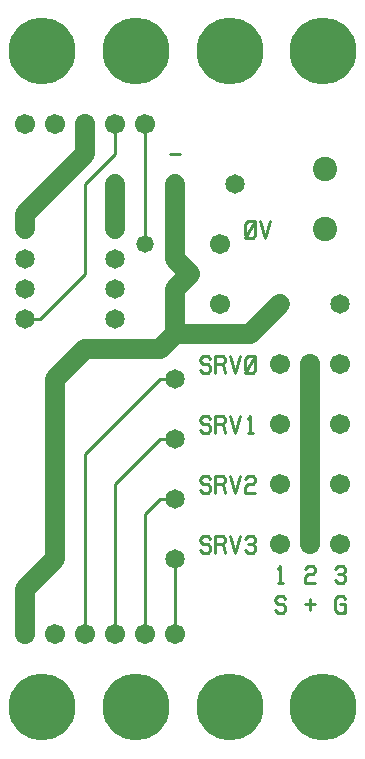
<source format=gtl>
%MOIN*%
%FSLAX25Y25*%
G04 D10 used for Character Trace; *
G04     Circle (OD=.01000) (No hole)*
G04 D11 used for Power Trace; *
G04     Circle (OD=.06700) (No hole)*
G04 D12 used for Signal Trace; *
G04     Circle (OD=.01100) (No hole)*
G04 D13 used for Via; *
G04     Circle (OD=.05800) (Round. Hole ID=.02800)*
G04 D14 used for Component hole; *
G04     Circle (OD=.06500) (Round. Hole ID=.03500)*
G04 D15 used for Component hole; *
G04     Circle (OD=.06700) (Round. Hole ID=.04300)*
G04 D16 used for Component hole; *
G04     Circle (OD=.08100) (Round. Hole ID=.05100)*
G04 D17 used for Component hole; *
G04     Circle (OD=.08900) (Round. Hole ID=.05900)*
G04 D18 used for Component hole; *
G04     Circle (OD=.11300) (Round. Hole ID=.08300)*
G04 D19 used for Component hole; *
G04     Circle (OD=.16000) (Round. Hole ID=.13000)*
G04 D20 used for Component hole; *
G04     Circle (OD=.18300) (Round. Hole ID=.15300)*
G04 D21 used for Component hole; *
G04     Circle (OD=.22291) (Round. Hole ID=.19291)*
%ADD10C,.01000*%
%ADD11C,.06700*%
%ADD12C,.01100*%
%ADD13C,.05800*%
%ADD14C,.06500*%
%ADD15C,.06700*%
%ADD16C,.08100*%
%ADD17C,.08900*%
%ADD18C,.11300*%
%ADD19C,.16000*%
%ADD20C,.18300*%
%ADD21C,.22291*%
%IPPOS*%
%LPD*%
G90*X0Y0D02*D21*X15625Y15625D03*D15*              
X40000Y40000D03*D12*Y90000D01*X55000Y105000D01*   
X60000D01*D14*D03*D10*X71674Y111914D02*           
X70837Y112871D01*X69163D01*X68326Y111914D01*      
Y110957D01*X69163Y110000D01*X70837D01*            
X71674Y109043D01*Y108086D01*X70837Y107129D01*     
X69163D01*X68326Y108086D01*X73326Y107129D02*      
Y112871D01*X75837D01*X76674Y111914D01*Y110957D01* 
X75837Y110000D01*X73326D01*X75837D02*             
X76674Y107129D01*X78326Y112871D02*                
X80000Y107129D01*X81674Y112871D01*                
X84163Y111914D02*X85000Y112871D01*Y107129D01*     
X84163D02*X85837D01*X71674Y91914D02*              
X70837Y92871D01*X69163D01*X68326Y91914D01*        
Y90957D01*X69163Y90000D01*X70837D01*              
X71674Y89043D01*Y88086D01*X70837Y87129D01*        
X69163D01*X68326Y88086D01*X73326Y87129D02*        
Y92871D01*X75837D01*X76674Y91914D01*Y90957D01*    
X75837Y90000D01*X73326D01*X75837D02*              
X76674Y87129D01*X78326Y92871D02*X80000Y87129D01*  
X81674Y92871D01*X83326Y91914D02*X84163Y92871D01*  
X85837D01*X86674Y91914D01*Y90957D01*              
X85837Y90000D01*X84163D01*X83326Y89043D01*        
Y87129D01*X86674D01*D12*X50000Y80000D02*          
X55000Y85000D01*X50000Y40000D02*Y80000D01*D15*    
Y40000D03*X60000D03*D12*Y65000D01*D14*D03*D10*    
X71674Y71914D02*X70837Y72871D01*X69163D01*        
X68326Y71914D01*Y70957D01*X69163Y70000D01*        
X70837D01*X71674Y69043D01*Y68086D01*              
X70837Y67129D01*X69163D01*X68326Y68086D01*        
X73326Y67129D02*Y72871D01*X75837D01*              
X76674Y71914D01*Y70957D01*X75837Y70000D01*        
X73326D01*X75837D02*X76674Y67129D01*              
X78326Y72871D02*X80000Y67129D01*X81674Y72871D01*  
X83326Y71914D02*X84163Y72871D01*X85837D01*        
X86674Y71914D01*Y70957D01*X85837Y70000D01*        
X84163D01*X85837D02*X86674Y69043D01*Y68086D01*    
X85837Y67129D01*X84163D01*X83326Y68086D01*D14*    
X60000Y85000D03*D12*X55000D01*X30000Y40000D02*    
Y100000D01*D15*Y40000D03*X20000D03*D11*X10000D02* 
Y55000D01*D15*Y40000D03*D11*Y55000D02*            
X20000Y65000D01*D14*D03*D11*Y85000D01*D14*D03*D11*
Y105000D01*D14*D03*D11*Y125000D01*D14*D03*D11*    
X30000Y135000D01*X55000D01*X60000Y140000D01*      
X85000D01*X95000Y150000D01*D14*D03*D15*           
X115000Y130000D03*X75000Y170000D03*D14*           
X115000Y150000D03*D15*X75000D03*X95000Y130000D03* 
X105000D03*D11*Y110000D01*D15*D03*D11*Y90000D01*  
D15*D03*D11*Y70000D01*D15*D03*D10*                
X113326Y61914D02*X114163Y62871D01*X115837D01*     
X116674Y61914D01*Y60957D01*X115837Y60000D01*      
X114163D01*X115837D02*X116674Y59043D01*Y58086D01* 
X115837Y57129D01*X114163D01*X113326Y58086D01*     
X94163Y61914D02*X95000Y62871D01*Y57129D01*        
X94163D02*X95837D01*D15*X115000Y70000D03*         
X95000D03*D10*X103326Y61914D02*X104163Y62871D01*  
X105837D01*X106674Y61914D01*Y60957D01*            
X105837Y60000D01*X104163D01*X103326Y59043D01*     
Y57129D01*X106674D01*D15*X115000Y90000D03*D10*    
X96674Y51914D02*X95837Y52871D01*X94163D01*        
X93326Y51914D01*Y50957D01*X94163Y50000D01*        
X95837D01*X96674Y49043D01*Y48086D01*              
X95837Y47129D01*X94163D01*X93326Y48086D01*        
X103326Y50000D02*X106674D01*X105000Y51914D02*     
Y48086D01*D15*X95000Y90000D03*D10*                
X116674Y48086D02*X115837Y47129D01*X114163D01*     
X113326Y48086D01*Y51914D01*X114163Y52871D01*      
X115837D01*X116674Y51914D01*X115000Y50000D02*     
X116674D01*Y47129D01*D15*X115000Y110000D03*       
X95000D03*D21*X78125Y15625D03*X109375D03*D14*     
X60000Y125000D03*D12*X55000D01*X30000Y100000D01*  
D11*X60000Y140000D02*Y155000D01*X65000Y160000D01* 
D15*D03*D11*X60000Y165000D01*Y190000D01*D14*D03*  
D10*X58326Y200000D02*X61674D01*D15*               
X40000Y210000D03*D12*Y200000D01*X30000Y190000D01* 
Y160000D01*X15000Y145000D01*X10000D01*D14*D03*    
Y155000D03*Y165000D03*X40000Y175000D03*D11*       
Y190000D01*D14*D03*D11*X20000D02*X30000Y200000D01*
D14*X20000Y190000D03*D11*X10000Y180000D01*        
Y175000D01*D14*D03*D11*X30000Y200000D02*          
Y210000D01*D15*D03*X20000D03*X50000D03*D12*       
Y170000D01*D13*D03*D14*X40000Y165000D03*          
Y155000D03*Y145000D03*X80000Y190000D03*D10*       
X86674Y173086D02*X85837Y172129D01*X84163D01*      
X83326Y173086D01*Y176914D01*X84163Y177871D01*     
X85837D01*X86674Y176914D01*Y173086D01*            
X83326Y172129D02*X86674Y177871D01*X88326D02*      
X90000Y172129D01*X91674Y177871D01*D15*            
X10000Y210000D03*D10*X71674Y131914D02*            
X70837Y132871D01*X69163D01*X68326Y131914D01*      
Y130957D01*X69163Y130000D01*X70837D01*            
X71674Y129043D01*Y128086D01*X70837Y127129D01*     
X69163D01*X68326Y128086D01*X73326Y127129D02*      
Y132871D01*X75837D01*X76674Y131914D01*Y130957D01* 
X75837Y130000D01*X73326D01*X75837D02*             
X76674Y127129D01*X78326Y132871D02*                
X80000Y127129D01*X81674Y132871D01*                
X86674Y128086D02*X85837Y127129D01*X84163D01*      
X83326Y128086D01*Y131914D01*X84163Y132871D01*     
X85837D01*X86674Y131914D01*Y128086D01*            
X83326Y127129D02*X86674Y132871D01*D16*            
X110000Y175000D03*Y195000D03*D21*                 
X109375Y234375D03*X78125D03*X46875D03*X15625D03*  
X46875Y15625D03*M02*                              

</source>
